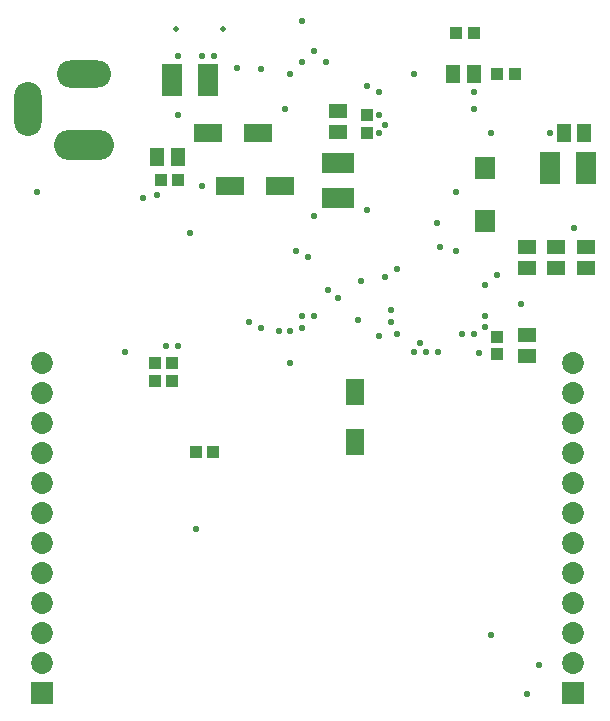
<source format=gbs>
G04*
G04 #@! TF.GenerationSoftware,Altium Limited,Altium Designer,23.2.1 (34)*
G04*
G04 Layer_Color=16711935*
%FSLAX44Y44*%
%MOMM*%
G71*
G04*
G04 #@! TF.SameCoordinates,42A8F1EF-7107-4BB4-9A72-9FAECD8FE37F*
G04*
G04*
G04 #@! TF.FilePolarity,Negative*
G04*
G01*
G75*
%ADD28R,1.5260X1.2260*%
%ADD36R,1.8540X1.8540*%
%ADD37C,1.8540*%
%ADD38C,0.5000*%
%ADD39O,5.0760X2.5760*%
%ADD40O,4.5760X2.3260*%
%ADD41O,2.3260X4.5760*%
%ADD42C,0.5760*%
%ADD56R,1.7018X1.8796*%
%ADD65R,2.4060X1.6360*%
%ADD66R,1.6760X2.7760*%
%ADD67R,1.1160X1.0960*%
%ADD68R,1.2760X1.5460*%
%ADD69R,2.7760X1.6760*%
%ADD70R,1.0960X1.1160*%
%ADD71R,1.5760X2.1960*%
%ADD72R,1.2260X1.5260*%
D28*
X160000Y6110D02*
D03*
Y23890D02*
D03*
X185000Y98890D02*
D03*
Y81110D02*
D03*
X0Y196110D02*
D03*
Y213890D02*
D03*
X210000Y98890D02*
D03*
Y81110D02*
D03*
X160000Y98890D02*
D03*
Y81110D02*
D03*
D36*
X199200Y-279000D02*
D03*
X-250000Y-279000D02*
D03*
D37*
X199200Y-253600D02*
D03*
Y-228200D02*
D03*
Y-202800D02*
D03*
Y-177400D02*
D03*
Y-152000D02*
D03*
Y-126600D02*
D03*
Y-101200D02*
D03*
Y-75800D02*
D03*
Y-50400D02*
D03*
Y-25000D02*
D03*
Y400D02*
D03*
X-250000Y400D02*
D03*
Y-25000D02*
D03*
Y-50400D02*
D03*
Y-75800D02*
D03*
Y-101200D02*
D03*
Y-126600D02*
D03*
Y-152000D02*
D03*
Y-177400D02*
D03*
Y-202800D02*
D03*
Y-228200D02*
D03*
Y-253600D02*
D03*
D38*
X-97300Y283500D02*
D03*
X-137300D02*
D03*
D39*
X-215000Y185000D02*
D03*
D40*
Y245000D02*
D03*
D41*
X-262000Y215000D02*
D03*
D42*
X200000Y115000D02*
D03*
X155000Y50000D02*
D03*
X130000Y-230000D02*
D03*
X170000Y-255000D02*
D03*
X160000Y-280000D02*
D03*
X-120000Y-140000D02*
D03*
X180000Y195000D02*
D03*
X86810Y98686D02*
D03*
X120007Y8448D02*
D03*
X40000Y72810D02*
D03*
X20000Y70000D02*
D03*
X-115000Y260000D02*
D03*
X-105000D02*
D03*
X-30000Y290000D02*
D03*
X-153250Y142920D02*
D03*
X100000Y145000D02*
D03*
X0Y55000D02*
D03*
X65000Y10000D02*
D03*
X-40000Y0D02*
D03*
X-135000Y260000D02*
D03*
X-10000Y255000D02*
D03*
X-40000Y245000D02*
D03*
X-165000Y140000D02*
D03*
X-255000Y145000D02*
D03*
X-145000Y15000D02*
D03*
X-180000Y10000D02*
D03*
X124543Y31024D02*
D03*
X50000Y80064D02*
D03*
X75000Y10000D02*
D03*
X50000Y25000D02*
D03*
X115000D02*
D03*
X45000Y35000D02*
D03*
X-85000Y250000D02*
D03*
X-135000Y210000D02*
D03*
X125000Y40000D02*
D03*
X105000Y25000D02*
D03*
X85000Y10000D02*
D03*
X-30000Y30000D02*
D03*
Y40000D02*
D03*
X135000Y75000D02*
D03*
X125000Y66168D02*
D03*
X100000Y95000D02*
D03*
X-20000Y40000D02*
D03*
X16760Y36760D02*
D03*
X45000Y45000D02*
D03*
X35000Y23072D02*
D03*
X69521Y17048D02*
D03*
X-40000Y27048D02*
D03*
X-50000D02*
D03*
X-8240Y61760D02*
D03*
X-65000Y30000D02*
D03*
X-25000Y90000D02*
D03*
X-75000Y35000D02*
D03*
X-35000Y95000D02*
D03*
X-135000Y15000D02*
D03*
X84229Y119229D02*
D03*
X25000Y130000D02*
D03*
X-20001Y124999D02*
D03*
X-125000Y110000D02*
D03*
X-45000Y215000D02*
D03*
X-65000Y248976D02*
D03*
X-30000Y255000D02*
D03*
X-20000Y264750D02*
D03*
X65000Y245000D02*
D03*
X130000Y195000D02*
D03*
X115000Y215000D02*
D03*
Y230000D02*
D03*
X40000Y202040D02*
D03*
X35000Y195000D02*
D03*
Y210000D02*
D03*
Y230000D02*
D03*
X25000Y235000D02*
D03*
X-115000Y150000D02*
D03*
D56*
X125000Y165000D02*
D03*
Y120867D02*
D03*
D65*
X-48600Y150000D02*
D03*
X-91400D02*
D03*
X-67200Y195000D02*
D03*
X-110000D02*
D03*
D66*
Y240000D02*
D03*
X-140000D02*
D03*
X180000Y165000D02*
D03*
X210000D02*
D03*
D67*
X149700Y245000D02*
D03*
X135000D02*
D03*
X-135000Y155000D02*
D03*
X-149700D02*
D03*
X-120000Y-75000D02*
D03*
X-105300D02*
D03*
X100300Y280000D02*
D03*
X115000D02*
D03*
D68*
X191400Y195000D02*
D03*
X208600D02*
D03*
D69*
X0Y140000D02*
D03*
Y170000D02*
D03*
D70*
X135000Y7650D02*
D03*
Y22350D02*
D03*
X-155000Y0D02*
D03*
Y-14700D02*
D03*
X-140000Y0D02*
D03*
Y-14700D02*
D03*
X25000Y210000D02*
D03*
Y195300D02*
D03*
D71*
X15000Y-24270D02*
D03*
Y-66570D02*
D03*
D72*
X-152780Y175000D02*
D03*
X-135000D02*
D03*
X97220Y245000D02*
D03*
X115000D02*
D03*
M02*

</source>
